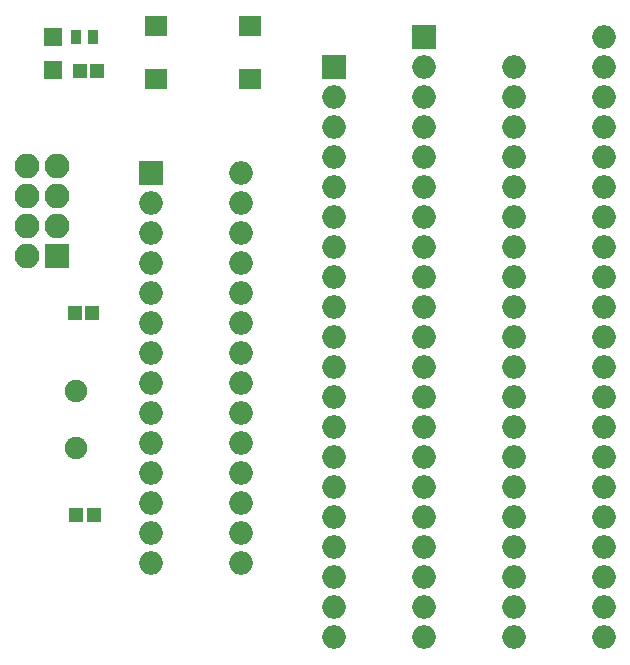
<source format=gbr>
G04 #@! TF.FileFunction,Soldermask,Top*
%FSLAX46Y46*%
G04 Gerber Fmt 4.6, Leading zero omitted, Abs format (unit mm)*
G04 Created by KiCad (PCBNEW 4.0.7) date 05/26/18 16:35:29*
%MOMM*%
%LPD*%
G01*
G04 APERTURE LIST*
%ADD10C,0.100000*%
%ADD11R,1.200000X1.150000*%
%ADD12R,1.500000X1.500000*%
%ADD13R,2.100000X2.100000*%
%ADD14O,2.100000X2.100000*%
%ADD15R,0.900000X1.300000*%
%ADD16R,1.950000X1.700000*%
%ADD17R,2.000000X2.000000*%
%ADD18O,2.000000X2.000000*%
%ADD19C,1.900000*%
G04 APERTURE END LIST*
D10*
D11*
X92304300Y-123774200D03*
X90804300Y-123774200D03*
X90931300Y-140919200D03*
X92431300Y-140919200D03*
X92728480Y-103322120D03*
X91228480Y-103322120D03*
D12*
X88960960Y-100413360D03*
X88960960Y-103213360D03*
D13*
X89344500Y-118948200D03*
D14*
X86804500Y-118948200D03*
X89344500Y-116408200D03*
X86804500Y-116408200D03*
X89344500Y-113868200D03*
X86804500Y-113868200D03*
X89344500Y-111328200D03*
X86804500Y-111328200D03*
D15*
X92388120Y-100401120D03*
X90888120Y-100401120D03*
D16*
X97721520Y-99464300D03*
X105671520Y-99464300D03*
X97721520Y-103964300D03*
X105671520Y-103964300D03*
D17*
X97261680Y-111963200D03*
D18*
X104881680Y-144983200D03*
X97261680Y-114503200D03*
X104881680Y-142443200D03*
X97261680Y-117043200D03*
X104881680Y-139903200D03*
X97261680Y-119583200D03*
X104881680Y-137363200D03*
X97261680Y-122123200D03*
X104881680Y-134823200D03*
X97261680Y-124663200D03*
X104881680Y-132283200D03*
X97261680Y-127203200D03*
X104881680Y-129743200D03*
X97261680Y-129743200D03*
X104881680Y-127203200D03*
X97261680Y-132283200D03*
X104881680Y-124663200D03*
X97261680Y-134823200D03*
X104881680Y-122123200D03*
X97261680Y-137363200D03*
X104881680Y-119583200D03*
X97261680Y-139903200D03*
X104881680Y-117043200D03*
X97261680Y-142443200D03*
X104881680Y-114503200D03*
X97261680Y-144983200D03*
X104881680Y-111963200D03*
D17*
X112765840Y-103000000D03*
D18*
X128005840Y-151260000D03*
X112765840Y-105540000D03*
X128005840Y-148720000D03*
X112765840Y-108080000D03*
X128005840Y-146180000D03*
X112765840Y-110620000D03*
X128005840Y-143640000D03*
X112765840Y-113160000D03*
X128005840Y-141100000D03*
X112765840Y-115700000D03*
X128005840Y-138560000D03*
X112765840Y-118240000D03*
X128005840Y-136020000D03*
X112765840Y-120780000D03*
X128005840Y-133480000D03*
X112765840Y-123320000D03*
X128005840Y-130940000D03*
X112765840Y-125860000D03*
X128005840Y-128400000D03*
X112765840Y-128400000D03*
X128005840Y-125860000D03*
X112765840Y-130940000D03*
X128005840Y-123320000D03*
X112765840Y-133480000D03*
X128005840Y-120780000D03*
X112765840Y-136020000D03*
X128005840Y-118240000D03*
X112765840Y-138560000D03*
X128005840Y-115700000D03*
X112765840Y-141100000D03*
X128005840Y-113160000D03*
X112765840Y-143640000D03*
X128005840Y-110620000D03*
X112765840Y-146180000D03*
X128005840Y-108080000D03*
X112765840Y-148720000D03*
X128005840Y-105540000D03*
X112765840Y-151260000D03*
X128005840Y-103000000D03*
D17*
X120365520Y-100416360D03*
D18*
X135605520Y-151216360D03*
X120365520Y-102956360D03*
X135605520Y-148676360D03*
X120365520Y-105496360D03*
X135605520Y-146136360D03*
X120365520Y-108036360D03*
X135605520Y-143596360D03*
X120365520Y-110576360D03*
X135605520Y-141056360D03*
X120365520Y-113116360D03*
X135605520Y-138516360D03*
X120365520Y-115656360D03*
X135605520Y-135976360D03*
X120365520Y-118196360D03*
X135605520Y-133436360D03*
X120365520Y-120736360D03*
X135605520Y-130896360D03*
X120365520Y-123276360D03*
X135605520Y-128356360D03*
X120365520Y-125816360D03*
X135605520Y-125816360D03*
X120365520Y-128356360D03*
X135605520Y-123276360D03*
X120365520Y-130896360D03*
X135605520Y-120736360D03*
X120365520Y-133436360D03*
X135605520Y-118196360D03*
X120365520Y-135976360D03*
X135605520Y-115656360D03*
X120365520Y-138516360D03*
X135605520Y-113116360D03*
X120365520Y-141056360D03*
X135605520Y-110576360D03*
X120365520Y-143596360D03*
X135605520Y-108036360D03*
X120365520Y-146136360D03*
X135605520Y-105496360D03*
X120365520Y-148676360D03*
X135605520Y-102956360D03*
X120365520Y-151216360D03*
X135605520Y-100416360D03*
D19*
X90919300Y-130378200D03*
X90919300Y-135258200D03*
M02*

</source>
